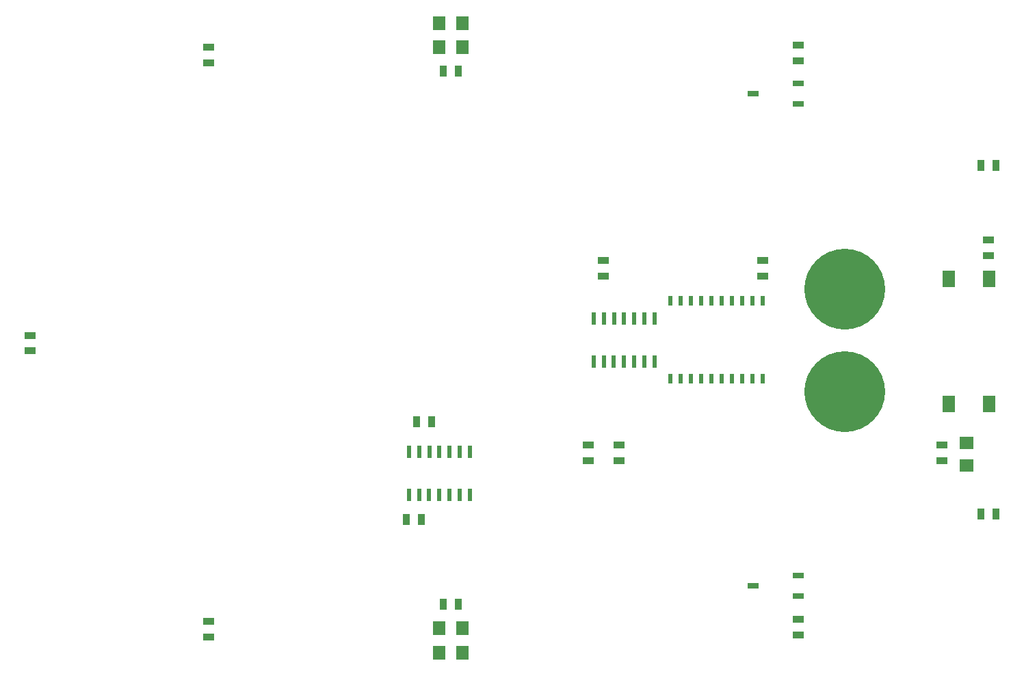
<source format=gbr>
G04 (created by PCBNEW (2013-may-18)-stable) date Вт 27 окт 2015 07:17:40*
%MOIN*%
G04 Gerber Fmt 3.4, Leading zero omitted, Abs format*
%FSLAX34Y34*%
G01*
G70*
G90*
G04 APERTURE LIST*
%ADD10C,0.00590551*%
%ADD11R,0.023622X0.0590551*%
%ADD12R,0.02X0.05*%
%ADD13R,0.055X0.035*%
%ADD14R,0.035X0.055*%
%ADD15R,0.0629X0.0709*%
%ADD16R,0.0709X0.0629*%
%ADD17C,0.393701*%
%ADD18R,0.0590551X0.0787402*%
%ADD19R,0.0551181X0.0314961*%
G04 APERTURE END LIST*
G54D10*
G54D11*
X50273Y-33062D03*
X50765Y-33062D03*
X51250Y-33062D03*
X51750Y-33062D03*
X52242Y-33062D03*
X52734Y-33062D03*
X53226Y-33062D03*
X53226Y-30937D03*
X52734Y-30937D03*
X52242Y-30937D03*
X51750Y-30937D03*
X51257Y-30937D03*
X50765Y-30937D03*
X50273Y-30937D03*
G54D12*
X58500Y-30100D03*
X58000Y-30100D03*
X57500Y-30100D03*
X57000Y-30100D03*
X56500Y-30100D03*
X56000Y-30100D03*
X55500Y-30100D03*
X55000Y-30100D03*
X54500Y-30100D03*
X54000Y-30100D03*
X54000Y-33900D03*
X54500Y-33900D03*
X55000Y-33900D03*
X55500Y-33900D03*
X56000Y-33900D03*
X56500Y-33900D03*
X57000Y-33900D03*
X57500Y-33900D03*
X58000Y-33900D03*
X58500Y-33900D03*
G54D13*
X51500Y-37875D03*
X51500Y-37125D03*
X31500Y-46475D03*
X31500Y-45725D03*
X22800Y-32525D03*
X22800Y-31775D03*
X31500Y-18475D03*
X31500Y-17725D03*
X58500Y-28875D03*
X58500Y-28125D03*
X50750Y-28875D03*
X50750Y-28125D03*
G54D14*
X43682Y-18897D03*
X42932Y-18897D03*
X69875Y-23500D03*
X69125Y-23500D03*
G54D13*
X50000Y-37125D03*
X50000Y-37875D03*
G54D14*
X43682Y-44881D03*
X42932Y-44881D03*
X69125Y-40500D03*
X69875Y-40500D03*
G54D13*
X67250Y-37125D03*
X67250Y-37875D03*
X69500Y-27875D03*
X69500Y-27125D03*
G54D15*
X43866Y-16535D03*
X42748Y-16535D03*
X43866Y-17716D03*
X42748Y-17716D03*
X43866Y-47244D03*
X42748Y-47244D03*
X43866Y-46062D03*
X42748Y-46062D03*
G54D16*
X68440Y-38123D03*
X68440Y-37005D03*
G54D11*
X41273Y-39562D03*
X41765Y-39562D03*
X42250Y-39562D03*
X42750Y-39562D03*
X43242Y-39562D03*
X43734Y-39562D03*
X44226Y-39562D03*
X44226Y-37437D03*
X43734Y-37437D03*
X43242Y-37437D03*
X42750Y-37437D03*
X42257Y-37437D03*
X41765Y-37437D03*
X41273Y-37437D03*
G54D13*
X60250Y-45625D03*
X60250Y-46375D03*
X60250Y-18375D03*
X60250Y-17625D03*
G54D14*
X41625Y-36000D03*
X42375Y-36000D03*
X41875Y-40750D03*
X41125Y-40750D03*
G54D17*
X62500Y-29519D03*
X62500Y-34519D03*
G54D18*
X67574Y-29007D03*
X69543Y-29007D03*
X67574Y-35110D03*
X69543Y-35110D03*
G54D19*
X58051Y-19980D03*
X60226Y-20472D03*
X60226Y-19488D03*
X58051Y-43980D03*
X60226Y-44472D03*
X60226Y-43488D03*
M02*

</source>
